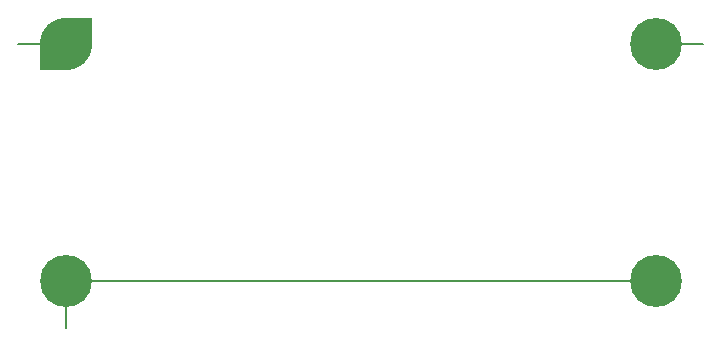
<source format=gtl>
%TF.GenerationSoftware,KiCad,Pcbnew,8.0.2-1*%
%TF.CreationDate,2024-12-19T17:28:34+00:00*%
%TF.ProjectId,jacdac-slider-MH-0.1,6a616364-6163-42d7-936c-696465722d4d,v0.1*%
%TF.SameCoordinates,PX8d24d00PY36d6160*%
%TF.FileFunction,Copper,L1,Top*%
%TF.FilePolarity,Positive*%
%FSLAX46Y46*%
G04 Gerber Fmt 4.6, Leading zero omitted, Abs format (unit mm)*
G04 Created by KiCad (PCBNEW 8.0.2-1) date 2024-12-19 17:28:34*
%MOMM*%
%LPD*%
G01*
G04 APERTURE LIST*
G04 Aperture macros list*
%AMFreePoly0*
4,1,31,1.555635,1.555635,1.655822,1.452117,1.831196,1.223566,1.975237,0.974078,2.085481,0.707925,2.160042,0.429659,2.197645,0.144041,2.197645,-0.144041,2.160042,-0.429659,2.085481,-0.707925,1.975237,-0.974078,1.831196,-1.223566,1.655822,-1.452117,1.555635,-1.555635,0.000000,-3.111270,-1.555635,-1.555635,-1.655822,-1.452117,-1.831196,-1.223566,-1.975237,-0.974078,-2.085481,-0.707925,
-2.160042,-0.429659,-2.197645,-0.144041,-2.197645,0.144041,-2.160042,0.429659,-2.085481,0.707925,-1.975237,0.974078,-1.831196,1.223566,-1.655822,1.452117,-1.555635,1.555635,0.000000,3.111270,1.555635,1.555635,1.555635,1.555635,$1*%
G04 Aperture macros list end*
%TA.AperFunction,SMDPad,CuDef*%
%ADD10C,0.100000*%
%TD*%
%TA.AperFunction,ComponentPad*%
%ADD11C,4.400000*%
%TD*%
%TA.AperFunction,FiducialPad,Local*%
%ADD12FreePoly0,135.000000*%
%TD*%
%TA.AperFunction,FiducialPad,Local*%
%ADD13C,4.400000*%
%TD*%
%TA.AperFunction,Conductor*%
%ADD14C,0.200000*%
%TD*%
G04 APERTURE END LIST*
D10*
%TO.P,GS1,1,JD_DATA*%
%TO.N,JD_DATA*%
X-29000000Y10000000D03*
%TD*%
D11*
%TO.P,MH3,MH3,MH3*%
%TO.N,JD_PWR*%
X25000000Y10000001D03*
%TD*%
%TO.P,MH4,MH4,MH4*%
%TO.N,GND*%
X25000000Y-9999999D03*
%TD*%
D10*
%TO.P,GS2,1,GND*%
%TO.N,GND*%
X-25000000Y-14000000D03*
%TD*%
D11*
%TO.P,MH2,MH2,MH2*%
%TO.N,GND*%
X-25000000Y-9999999D03*
%TD*%
D10*
%TO.P,GS3,1,JD_PWR*%
%TO.N,JD_PWR*%
X29000000Y10000000D03*
%TD*%
D12*
%TO.P,MH1,MH1,MH1*%
%TO.N,JD_DATA*%
X-25000000Y10000001D03*
D13*
X-25000000Y10000001D03*
%TD*%
D14*
%TO.N,JD_DATA*%
X-25000000Y10000001D02*
X-29000000Y10000001D01*
%TO.N,GND*%
X-25000000Y-9999999D02*
X-25000000Y-13999999D01*
X25000000Y-9999999D02*
X-25000000Y-9999999D01*
%TO.N,JD_PWR*%
X29000000Y10000001D02*
X25000000Y10000001D01*
%TD*%
M02*

</source>
